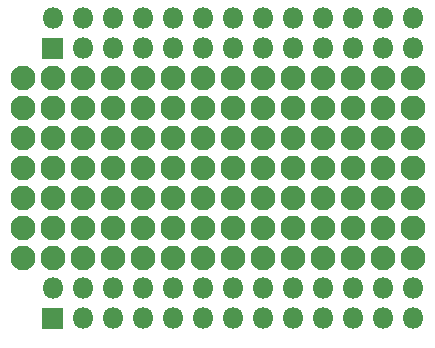
<source format=gbr>
%TF.GenerationSoftware,KiCad,Pcbnew,(5.1.8-0-10_14)*%
%TF.CreationDate,2020-11-29T01:54:20+01:00*%
%TF.ProjectId,FT2232Proto,46543232-3332-4507-926f-746f2e6b6963,rev?*%
%TF.SameCoordinates,Original*%
%TF.FileFunction,Soldermask,Top*%
%TF.FilePolarity,Negative*%
%FSLAX46Y46*%
G04 Gerber Fmt 4.6, Leading zero omitted, Abs format (unit mm)*
G04 Created by KiCad (PCBNEW (5.1.8-0-10_14)) date 2020-11-29 01:54:20*
%MOMM*%
%LPD*%
G01*
G04 APERTURE LIST*
%ADD10C,2.100000*%
%ADD11O,1.800000X1.800000*%
G04 APERTURE END LIST*
D10*
%TO.C,REF\u002A\u002A*%
X106680000Y-96470000D03*
%TD*%
%TO.C,REF\u002A\u002A*%
X106680000Y-93930000D03*
%TD*%
%TO.C,REF\u002A\u002A*%
X106680000Y-91390000D03*
%TD*%
%TO.C,REF\u002A\u002A*%
X106680000Y-88850000D03*
%TD*%
%TO.C,REF\u002A\u002A*%
X106680000Y-86310000D03*
%TD*%
%TO.C,REF\u002A\u002A*%
X106680000Y-83770000D03*
%TD*%
%TO.C,REF\u002A\u002A*%
X106680000Y-81230000D03*
%TD*%
%TO.C,REF\u002A\u002A*%
X137160000Y-96470000D03*
%TD*%
%TO.C,REF\u002A\u002A*%
X129540000Y-96470000D03*
%TD*%
%TO.C,REF\u002A\u002A*%
X139700000Y-96470000D03*
%TD*%
%TO.C,REF\u002A\u002A*%
X132080000Y-96470000D03*
%TD*%
%TO.C,REF\u002A\u002A*%
X124460000Y-96470000D03*
%TD*%
%TO.C,REF\u002A\u002A*%
X119380000Y-96470000D03*
%TD*%
%TO.C,REF\u002A\u002A*%
X109220000Y-96470000D03*
%TD*%
%TO.C,REF\u002A\u002A*%
X121920000Y-96470000D03*
%TD*%
%TO.C,REF\u002A\u002A*%
X111760000Y-96470000D03*
%TD*%
%TO.C,REF\u002A\u002A*%
X114300000Y-96470000D03*
%TD*%
%TO.C,REF\u002A\u002A*%
X134620000Y-96470000D03*
%TD*%
%TO.C,REF\u002A\u002A*%
X127000000Y-96470000D03*
%TD*%
%TO.C,REF\u002A\u002A*%
X116840000Y-96470000D03*
%TD*%
%TO.C,REF\u002A\u002A*%
X137160000Y-93930000D03*
%TD*%
%TO.C,REF\u002A\u002A*%
X129540000Y-93930000D03*
%TD*%
%TO.C,REF\u002A\u002A*%
X139700000Y-93930000D03*
%TD*%
%TO.C,REF\u002A\u002A*%
X132080000Y-93930000D03*
%TD*%
%TO.C,REF\u002A\u002A*%
X119380000Y-93930000D03*
%TD*%
%TO.C,REF\u002A\u002A*%
X124460000Y-93930000D03*
%TD*%
%TO.C,REF\u002A\u002A*%
X109220000Y-93930000D03*
%TD*%
%TO.C,REF\u002A\u002A*%
X121920000Y-93930000D03*
%TD*%
%TO.C,REF\u002A\u002A*%
X111760000Y-93930000D03*
%TD*%
%TO.C,REF\u002A\u002A*%
X114300000Y-93930000D03*
%TD*%
%TO.C,REF\u002A\u002A*%
X134620000Y-93930000D03*
%TD*%
%TO.C,REF\u002A\u002A*%
X127000000Y-93930000D03*
%TD*%
%TO.C,REF\u002A\u002A*%
X116840000Y-93930000D03*
%TD*%
%TO.C,REF\u002A\u002A*%
X137160000Y-91390000D03*
%TD*%
%TO.C,REF\u002A\u002A*%
X129540000Y-91390000D03*
%TD*%
%TO.C,REF\u002A\u002A*%
X139700000Y-91390000D03*
%TD*%
%TO.C,REF\u002A\u002A*%
X132080000Y-91390000D03*
%TD*%
%TO.C,REF\u002A\u002A*%
X119380000Y-91390000D03*
%TD*%
%TO.C,REF\u002A\u002A*%
X124460000Y-91390000D03*
%TD*%
%TO.C,REF\u002A\u002A*%
X109220000Y-91390000D03*
%TD*%
%TO.C,REF\u002A\u002A*%
X121920000Y-91390000D03*
%TD*%
%TO.C,REF\u002A\u002A*%
X111760000Y-91390000D03*
%TD*%
%TO.C,REF\u002A\u002A*%
X114300000Y-91390000D03*
%TD*%
%TO.C,REF\u002A\u002A*%
X134620000Y-91390000D03*
%TD*%
%TO.C,REF\u002A\u002A*%
X127000000Y-91390000D03*
%TD*%
%TO.C,REF\u002A\u002A*%
X116840000Y-91390000D03*
%TD*%
%TO.C,REF\u002A\u002A*%
X132080000Y-88850000D03*
%TD*%
%TO.C,REF\u002A\u002A*%
X109220000Y-88850000D03*
%TD*%
%TO.C,REF\u002A\u002A*%
X137160000Y-88850000D03*
%TD*%
%TO.C,REF\u002A\u002A*%
X129540000Y-88850000D03*
%TD*%
%TO.C,REF\u002A\u002A*%
X139700000Y-88850000D03*
%TD*%
%TO.C,REF\u002A\u002A*%
X127000000Y-88850000D03*
%TD*%
%TO.C,REF\u002A\u002A*%
X116840000Y-88850000D03*
%TD*%
%TO.C,REF\u002A\u002A*%
X111760000Y-88850000D03*
%TD*%
%TO.C,REF\u002A\u002A*%
X121920000Y-88850000D03*
%TD*%
%TO.C,REF\u002A\u002A*%
X114300000Y-88850000D03*
%TD*%
%TO.C,REF\u002A\u002A*%
X134620000Y-88850000D03*
%TD*%
%TO.C,REF\u002A\u002A*%
X119380000Y-88850000D03*
%TD*%
%TO.C,REF\u002A\u002A*%
X124460000Y-88850000D03*
%TD*%
%TO.C,REF\u002A\u002A*%
X132080000Y-86310000D03*
%TD*%
%TO.C,REF\u002A\u002A*%
X109220000Y-86310000D03*
%TD*%
%TO.C,REF\u002A\u002A*%
X137160000Y-86310000D03*
%TD*%
%TO.C,REF\u002A\u002A*%
X129540000Y-86310000D03*
%TD*%
%TO.C,REF\u002A\u002A*%
X139700000Y-86310000D03*
%TD*%
%TO.C,REF\u002A\u002A*%
X127000000Y-86310000D03*
%TD*%
%TO.C,REF\u002A\u002A*%
X116840000Y-86310000D03*
%TD*%
%TO.C,REF\u002A\u002A*%
X111760000Y-86310000D03*
%TD*%
%TO.C,REF\u002A\u002A*%
X121920000Y-86310000D03*
%TD*%
%TO.C,REF\u002A\u002A*%
X114300000Y-86310000D03*
%TD*%
%TO.C,REF\u002A\u002A*%
X134620000Y-86310000D03*
%TD*%
%TO.C,REF\u002A\u002A*%
X119380000Y-86310000D03*
%TD*%
%TO.C,REF\u002A\u002A*%
X124460000Y-86310000D03*
%TD*%
%TO.C,REF\u002A\u002A*%
X129540000Y-83770000D03*
%TD*%
%TO.C,REF\u002A\u002A*%
X139700000Y-83770000D03*
%TD*%
%TO.C,REF\u002A\u002A*%
X127000000Y-83770000D03*
%TD*%
%TO.C,REF\u002A\u002A*%
X116840000Y-83770000D03*
%TD*%
%TO.C,REF\u002A\u002A*%
X111760000Y-83770000D03*
%TD*%
%TO.C,REF\u002A\u002A*%
X121920000Y-83770000D03*
%TD*%
%TO.C,REF\u002A\u002A*%
X114300000Y-83770000D03*
%TD*%
%TO.C,REF\u002A\u002A*%
X134620000Y-83770000D03*
%TD*%
%TO.C,REF\u002A\u002A*%
X119380000Y-83770000D03*
%TD*%
%TO.C,REF\u002A\u002A*%
X124460000Y-83770000D03*
%TD*%
%TO.C,REF\u002A\u002A*%
X132080000Y-83770000D03*
%TD*%
%TO.C,REF\u002A\u002A*%
X109220000Y-83770000D03*
%TD*%
%TO.C,REF\u002A\u002A*%
X137160000Y-83770000D03*
%TD*%
%TO.C,REF\u002A\u002A*%
X139700000Y-81230000D03*
%TD*%
%TO.C,REF\u002A\u002A*%
X137160000Y-81230000D03*
%TD*%
%TO.C,REF\u002A\u002A*%
X134620000Y-81230000D03*
%TD*%
%TO.C,REF\u002A\u002A*%
X132080000Y-81230000D03*
%TD*%
%TO.C,REF\u002A\u002A*%
X129540000Y-81230000D03*
%TD*%
%TO.C,REF\u002A\u002A*%
X127000000Y-81230000D03*
%TD*%
%TO.C,REF\u002A\u002A*%
X124460000Y-81230000D03*
%TD*%
%TO.C,REF\u002A\u002A*%
X121920000Y-81230000D03*
%TD*%
%TO.C,REF\u002A\u002A*%
X119380000Y-81230000D03*
%TD*%
%TO.C,REF\u002A\u002A*%
X116840000Y-81230000D03*
%TD*%
%TO.C,REF\u002A\u002A*%
X114300000Y-81230000D03*
%TD*%
%TO.C,REF\u002A\u002A*%
X111760000Y-81230000D03*
%TD*%
%TO.C,REF\u002A\u002A*%
X109220000Y-81230000D03*
%TD*%
D11*
%TO.C,J103*%
X139700000Y-99060000D03*
X139700000Y-101600000D03*
X137160000Y-99060000D03*
X137160000Y-101600000D03*
X134620000Y-99060000D03*
X134620000Y-101600000D03*
X132080000Y-99060000D03*
X132080000Y-101600000D03*
X129540000Y-99060000D03*
X129540000Y-101600000D03*
X127000000Y-99060000D03*
X127000000Y-101600000D03*
X124460000Y-99060000D03*
X124460000Y-101600000D03*
X121920000Y-99060000D03*
X121920000Y-101600000D03*
X119380000Y-99060000D03*
X119380000Y-101600000D03*
X116840000Y-99060000D03*
X116840000Y-101600000D03*
X114300000Y-99060000D03*
X114300000Y-101600000D03*
X111760000Y-99060000D03*
X111760000Y-101600000D03*
X109220000Y-99060000D03*
G36*
G01*
X110070000Y-102500000D02*
X108370000Y-102500000D01*
G75*
G02*
X108320000Y-102450000I0J50000D01*
G01*
X108320000Y-100750000D01*
G75*
G02*
X108370000Y-100700000I50000J0D01*
G01*
X110070000Y-100700000D01*
G75*
G02*
X110120000Y-100750000I0J-50000D01*
G01*
X110120000Y-102450000D01*
G75*
G02*
X110070000Y-102500000I-50000J0D01*
G01*
G37*
%TD*%
%TO.C,J102*%
X139700000Y-76200000D03*
X139700000Y-78740000D03*
X137160000Y-76200000D03*
X137160000Y-78740000D03*
X134620000Y-76200000D03*
X134620000Y-78740000D03*
X132080000Y-76200000D03*
X132080000Y-78740000D03*
X129540000Y-76200000D03*
X129540000Y-78740000D03*
X127000000Y-76200000D03*
X127000000Y-78740000D03*
X124460000Y-76200000D03*
X124460000Y-78740000D03*
X121920000Y-76200000D03*
X121920000Y-78740000D03*
X119380000Y-76200000D03*
X119380000Y-78740000D03*
X116840000Y-76200000D03*
X116840000Y-78740000D03*
X114300000Y-76200000D03*
X114300000Y-78740000D03*
X111760000Y-76200000D03*
X111760000Y-78740000D03*
X109220000Y-76200000D03*
G36*
G01*
X110070000Y-79640000D02*
X108370000Y-79640000D01*
G75*
G02*
X108320000Y-79590000I0J50000D01*
G01*
X108320000Y-77890000D01*
G75*
G02*
X108370000Y-77840000I50000J0D01*
G01*
X110070000Y-77840000D01*
G75*
G02*
X110120000Y-77890000I0J-50000D01*
G01*
X110120000Y-79590000D01*
G75*
G02*
X110070000Y-79640000I-50000J0D01*
G01*
G37*
%TD*%
M02*

</source>
